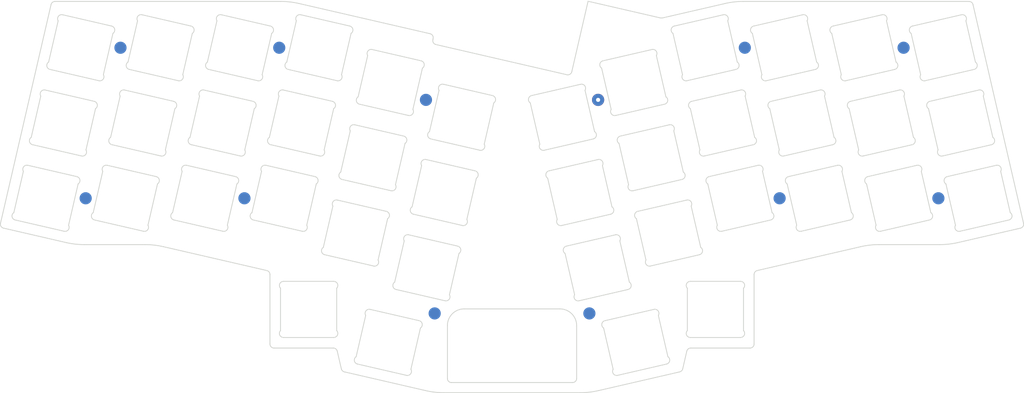
<source format=kicad_pcb>
(kicad_pcb (version 20171130) (host pcbnew 5.1.10)

  (general
    (thickness 1.6)
    (drawings 0)
    (tracks 0)
    (zones 0)
    (modules 1)
    (nets 1)
  )

  (page A4)
  (layers
    (0 F.Cu signal)
    (31 B.Cu signal)
    (32 B.Adhes user)
    (33 F.Adhes user)
    (34 B.Paste user)
    (35 F.Paste user)
    (36 B.SilkS user)
    (37 F.SilkS user)
    (38 B.Mask user)
    (39 F.Mask user)
    (40 Dwgs.User user)
    (41 Cmts.User user)
    (42 Eco1.User user)
    (43 Eco2.User user)
    (44 Edge.Cuts user)
    (45 Margin user)
    (46 B.CrtYd user)
    (47 F.CrtYd user)
    (48 B.Fab user)
    (49 F.Fab user)
  )

  (setup
    (last_trace_width 0.25)
    (trace_clearance 0.2)
    (zone_clearance 0.508)
    (zone_45_only no)
    (trace_min 0.2)
    (via_size 0.8)
    (via_drill 0.4)
    (via_min_size 0.4)
    (via_min_drill 0.3)
    (uvia_size 0.3)
    (uvia_drill 0.1)
    (uvias_allowed no)
    (uvia_min_size 0.2)
    (uvia_min_drill 0.1)
    (edge_width 0.05)
    (segment_width 0.2)
    (pcb_text_width 0.3)
    (pcb_text_size 1.5 1.5)
    (mod_edge_width 0.12)
    (mod_text_size 1 1)
    (mod_text_width 0.15)
    (pad_size 1.524 1.524)
    (pad_drill 0.762)
    (pad_to_mask_clearance 0)
    (aux_axis_origin 0 0)
    (visible_elements FFFFFF7F)
    (pcbplotparams
      (layerselection 0x010fc_ffffffff)
      (usegerberextensions false)
      (usegerberattributes true)
      (usegerberadvancedattributes true)
      (creategerberjobfile true)
      (excludeedgelayer true)
      (linewidth 0.100000)
      (plotframeref false)
      (viasonmask false)
      (mode 1)
      (useauxorigin false)
      (hpglpennumber 1)
      (hpglpenspeed 20)
      (hpglpendiameter 15.000000)
      (psnegative false)
      (psa4output false)
      (plotreference true)
      (plotvalue true)
      (plotinvisibletext false)
      (padsonsilk false)
      (subtractmaskfromsilk false)
      (outputformat 1)
      (mirror false)
      (drillshape 1)
      (scaleselection 1)
      (outputdirectory ""))
  )

  (net 0 "")

  (net_class Default "This is the default net class."
    (clearance 0.2)
    (trace_width 0.25)
    (via_dia 0.8)
    (via_drill 0.4)
    (uvia_dia 0.3)
    (uvia_drill 0.1)
  )

  (module 41_1353:edgecuts_r41l2_switchplate (layer F.Cu) (tedit 60D35F6A) (tstamp 60D3F9D6)
    (at 148.25 51.25)
    (fp_text reference REF** (at 0 -0.5 180) (layer F.SilkS) hide
      (effects (font (size 1 1) (thickness 0.15)))
    )
    (fp_text value edgecuts_r41l2_switchplate (at 0 0.5 180) (layer F.Fab)
      (effects (font (size 1 1) (thickness 0.15)))
    )
    (fp_arc (start -34.59773 12.80351) (end -34.372779 11.82914) (angle -133.6866772) (layer Edge.Cuts) (width 0.2))
    (fp_arc (start -22.560611 15.582498) (end -22.011394 16.418178) (angle -133.6866772) (layer Edge.Cuts) (width 0.2))
    (fp_arc (start -25.215034 27.080065) (end -25.439985 28.054435) (angle -133.6866772) (layer Edge.Cuts) (width 0.2))
    (fp_arc (start -37.252152 24.301077) (end -37.80137 23.465397) (angle -133.6866772) (layer Edge.Cuts) (width 0.2))
    (fp_arc (start -17.071246 21.351748) (end -16.846295 20.377377) (angle -133.6866772) (layer Edge.Cuts) (width 0.2))
    (fp_arc (start -5.034127 24.130735) (end -4.48491 24.966415) (angle -133.6866772) (layer Edge.Cuts) (width 0.2))
    (fp_arc (start -7.68855 35.628302) (end -7.913501 36.602672) (angle -133.6866772) (layer Edge.Cuts) (width 0.2))
    (fp_arc (start -19.725669 32.849314) (end -20.274886 32.013635) (angle -133.6866772) (layer Edge.Cuts) (width 0.2))
    (fp_arc (start -56.398284 22.768304) (end -56.173333 21.793934) (angle -133.6866772) (layer Edge.Cuts) (width 0.2))
    (fp_arc (start -44.361165 25.547292) (end -43.811948 26.382972) (angle -133.6866772) (layer Edge.Cuts) (width 0.2))
    (fp_arc (start -47.015588 37.044859) (end -47.240539 38.019229) (angle -133.6866772) (layer Edge.Cuts) (width 0.2))
    (fp_arc (start -59.052706 34.265871) (end -59.601924 33.430191) (angle -133.6866772) (layer Edge.Cuts) (width 0.2))
    (fp_arc (start -38.8718 31.316541) (end -38.646849 30.342171) (angle -133.6866772) (layer Edge.Cuts) (width 0.2))
    (fp_arc (start -26.834681 34.095529) (end -26.285464 34.931209) (angle -133.6866772) (layer Edge.Cuts) (width 0.2))
    (fp_arc (start -29.489104 45.593096) (end -29.714055 46.567466) (angle -133.6866772) (layer Edge.Cuts) (width 0.2))
    (fp_arc (start -41.526223 42.814108) (end -42.07544 41.978429) (angle -133.6866772) (layer Edge.Cuts) (width 0.2))
    (fp_arc (start -21.345316 39.864779) (end -21.120365 38.890409) (angle -133.6866772) (layer Edge.Cuts) (width 0.2))
    (fp_arc (start -9.308197 42.643767) (end -8.75898 43.479446) (angle -133.6866772) (layer Edge.Cuts) (width 0.2))
    (fp_arc (start -11.96262 54.141333) (end -12.187571 55.115703) (angle -133.6866772) (layer Edge.Cuts) (width 0.2))
    (fp_arc (start -23.999739 51.362346) (end -24.548956 50.526666) (angle -133.6866772) (layer Edge.Cuts) (width 0.2))
    (fp_arc (start -60.672354 41.281335) (end -60.447403 40.306965) (angle -133.6866772) (layer Edge.Cuts) (width 0.2))
    (fp_arc (start -48.635235 44.060323) (end -48.086018 44.896003) (angle -133.6866772) (layer Edge.Cuts) (width 0.2))
    (fp_arc (start -51.289658 55.55789) (end -51.514609 56.53226) (angle -133.6866772) (layer Edge.Cuts) (width 0.2))
    (fp_arc (start -63.326776 52.778902) (end -63.875994 51.943222) (angle -133.6866772) (layer Edge.Cuts) (width 0.2))
    (fp_arc (start -43.14587 49.829573) (end -42.920919 48.855203) (angle -133.6866772) (layer Edge.Cuts) (width 0.2))
    (fp_arc (start -31.108751 52.60856) (end -30.559534 53.44424) (angle -133.6866772) (layer Edge.Cuts) (width 0.2))
    (fp_arc (start -33.763174 64.106127) (end -33.988125 65.080497) (angle -133.6866772) (layer Edge.Cuts) (width 0.2))
    (fp_arc (start -45.800293 61.327139) (end -46.34951 60.49146) (angle -133.6866772) (layer Edge.Cuts) (width 0.2))
    (fp_arc (start -25.619386 58.37781) (end -25.394435 57.40344) (angle -133.6866772) (layer Edge.Cuts) (width 0.2))
    (fp_arc (start -13.582267 61.156798) (end -13.03305 61.992478) (angle -133.6866772) (layer Edge.Cuts) (width 0.2))
    (fp_arc (start -16.23669 72.654365) (end -16.461641 73.628735) (angle -133.6866772) (layer Edge.Cuts) (width 0.2))
    (fp_arc (start -28.273809 69.875377) (end -28.823026 69.039697) (angle -133.6866772) (layer Edge.Cuts) (width 0.2))
    (fp_arc (start -71.624214 4.255273) (end -71.399263 3.280903) (angle -133.6866772) (layer Edge.Cuts) (width 0.2))
    (fp_arc (start -59.587095 7.034261) (end -59.037878 7.86994) (angle -133.6866772) (layer Edge.Cuts) (width 0.2))
    (fp_arc (start -62.241518 18.531827) (end -62.466469 19.506197) (angle -133.6866772) (layer Edge.Cuts) (width 0.2))
    (fp_arc (start -74.278636 15.75284) (end -74.827854 14.91716) (angle -133.6866772) (layer Edge.Cuts) (width 0.2))
    (fp_arc (start -91.124214 4.255273) (end -90.899263 3.280903) (angle -133.6866772) (layer Edge.Cuts) (width 0.2))
    (fp_arc (start -79.087095 7.034261) (end -78.537878 7.86994) (angle -133.6866772) (layer Edge.Cuts) (width 0.2))
    (fp_arc (start -81.741518 18.531827) (end -81.966469 19.506197) (angle -133.6866772) (layer Edge.Cuts) (width 0.2))
    (fp_arc (start -93.778636 15.75284) (end -94.327854 14.91716) (angle -133.6866772) (layer Edge.Cuts) (width 0.2))
    (fp_arc (start -110.624214 4.255273) (end -110.399263 3.280903) (angle -133.6866772) (layer Edge.Cuts) (width 0.2))
    (fp_arc (start -98.587095 7.034261) (end -98.037878 7.86994) (angle -133.6866772) (layer Edge.Cuts) (width 0.2))
    (fp_arc (start -101.241518 18.531827) (end -101.466469 19.506197) (angle -133.6866772) (layer Edge.Cuts) (width 0.2))
    (fp_arc (start -113.278636 15.75284) (end -113.827854 14.91716) (angle -133.6866772) (layer Edge.Cuts) (width 0.2))
    (fp_arc (start -75.898284 22.768304) (end -75.673333 21.793934) (angle -133.6866772) (layer Edge.Cuts) (width 0.2))
    (fp_arc (start -63.861165 25.547292) (end -63.311948 26.382972) (angle -133.6866772) (layer Edge.Cuts) (width 0.2))
    (fp_arc (start -66.515588 37.044859) (end -66.740539 38.019229) (angle -133.6866772) (layer Edge.Cuts) (width 0.2))
    (fp_arc (start -78.552706 34.265871) (end -79.101924 33.430191) (angle -133.6866772) (layer Edge.Cuts) (width 0.2))
    (fp_arc (start -95.398284 22.768304) (end -95.173333 21.793934) (angle -133.6866772) (layer Edge.Cuts) (width 0.2))
    (fp_arc (start -83.361165 25.547292) (end -82.811948 26.382972) (angle -133.6866772) (layer Edge.Cuts) (width 0.2))
    (fp_arc (start -86.015588 37.044859) (end -86.240539 38.019229) (angle -133.6866772) (layer Edge.Cuts) (width 0.2))
    (fp_arc (start -98.052706 34.265871) (end -98.601924 33.430191) (angle -133.6866772) (layer Edge.Cuts) (width 0.2))
    (fp_arc (start -114.898284 22.768304) (end -114.673333 21.793934) (angle -133.6866772) (layer Edge.Cuts) (width 0.2))
    (fp_arc (start -102.861165 25.547292) (end -102.311948 26.382972) (angle -133.6866772) (layer Edge.Cuts) (width 0.2))
    (fp_arc (start -105.515588 37.044859) (end -105.740539 38.019229) (angle -133.6866772) (layer Edge.Cuts) (width 0.2))
    (fp_arc (start -117.552706 34.265871) (end -118.101924 33.430191) (angle -133.6866772) (layer Edge.Cuts) (width 0.2))
    (fp_arc (start -80.172354 41.281335) (end -79.947403 40.306965) (angle -133.6866772) (layer Edge.Cuts) (width 0.2))
    (fp_arc (start -68.135235 44.060323) (end -67.586018 44.896003) (angle -133.6866772) (layer Edge.Cuts) (width 0.2))
    (fp_arc (start -70.789658 55.55789) (end -71.014609 56.53226) (angle -133.6866772) (layer Edge.Cuts) (width 0.2))
    (fp_arc (start -82.826776 52.778902) (end -83.375994 51.943222) (angle -133.6866772) (layer Edge.Cuts) (width 0.2))
    (fp_arc (start -99.672354 41.281335) (end -99.447403 40.306965) (angle -133.6866772) (layer Edge.Cuts) (width 0.2))
    (fp_arc (start -87.635235 44.060323) (end -87.086018 44.896003) (angle -133.6866772) (layer Edge.Cuts) (width 0.2))
    (fp_arc (start -90.289658 55.55789) (end -90.514609 56.53226) (angle -133.6866772) (layer Edge.Cuts) (width 0.2))
    (fp_arc (start -102.326776 52.778902) (end -102.875994 51.943222) (angle -133.6866772) (layer Edge.Cuts) (width 0.2))
    (fp_arc (start -119.172354 41.281335) (end -118.947403 40.306965) (angle -133.6866772) (layer Edge.Cuts) (width 0.2))
    (fp_arc (start -107.135235 44.060323) (end -106.586018 44.896003) (angle -133.6866772) (layer Edge.Cuts) (width 0.2))
    (fp_arc (start -109.789658 55.55789) (end -110.014609 56.53226) (angle -133.6866772) (layer Edge.Cuts) (width 0.2))
    (fp_arc (start -121.826776 52.778902) (end -122.375994 51.943222) (angle -133.6866772) (layer Edge.Cuts) (width 0.2))
    (fp_arc (start 22.560611 15.582498) (end 22.33566 14.608128) (angle -133.6866772) (layer Edge.Cuts) (width 0.2))
    (fp_arc (start 34.59773 12.80351) (end 35.457701 13.313853) (angle -133.6866772) (layer Edge.Cuts) (width 0.2))
    (fp_arc (start 37.252152 24.301077) (end 37.477104 25.275447) (angle -133.6866772) (layer Edge.Cuts) (width 0.2))
    (fp_arc (start 25.215034 27.080065) (end 24.355063 26.569722) (angle -133.6866772) (layer Edge.Cuts) (width 0.2))
    (fp_arc (start 5.034127 24.130735) (end 4.809176 23.156365) (angle -133.6866772) (layer Edge.Cuts) (width 0.2))
    (fp_arc (start 17.071246 21.351748) (end 17.931217 21.862091) (angle -133.6866772) (layer Edge.Cuts) (width 0.2))
    (fp_arc (start 19.725669 32.849314) (end 19.95062 33.823684) (angle -133.6866772) (layer Edge.Cuts) (width 0.2))
    (fp_arc (start 7.68855 35.628302) (end 6.828579 35.117959) (angle -133.6866772) (layer Edge.Cuts) (width 0.2))
    (fp_arc (start 44.361165 25.547292) (end 44.136214 24.572922) (angle -133.6866772) (layer Edge.Cuts) (width 0.2))
    (fp_arc (start 56.398284 22.768304) (end 57.258255 23.278647) (angle -133.6866772) (layer Edge.Cuts) (width 0.2))
    (fp_arc (start 59.052706 34.265871) (end 59.277657 35.240241) (angle -133.6866772) (layer Edge.Cuts) (width 0.2))
    (fp_arc (start 47.015588 37.044859) (end 46.155617 36.534516) (angle -133.6866772) (layer Edge.Cuts) (width 0.2))
    (fp_arc (start 26.834681 34.095529) (end 26.60973 33.121159) (angle -133.6866772) (layer Edge.Cuts) (width 0.2))
    (fp_arc (start 38.8718 31.316541) (end 39.731771 31.826884) (angle -133.6866772) (layer Edge.Cuts) (width 0.2))
    (fp_arc (start 41.526223 42.814108) (end 41.751174 43.788478) (angle -133.6866772) (layer Edge.Cuts) (width 0.2))
    (fp_arc (start 29.489104 45.593096) (end 28.629133 45.082753) (angle -133.6866772) (layer Edge.Cuts) (width 0.2))
    (fp_arc (start 9.308197 42.643767) (end 9.083246 41.669397) (angle -133.6866772) (layer Edge.Cuts) (width 0.2))
    (fp_arc (start 21.345316 39.864779) (end 22.205287 40.375122) (angle -133.6866772) (layer Edge.Cuts) (width 0.2))
    (fp_arc (start 23.999739 51.362346) (end 24.22469 52.336716) (angle -133.6866772) (layer Edge.Cuts) (width 0.2))
    (fp_arc (start 11.96262 54.141333) (end 11.102649 53.63099) (angle -133.6866772) (layer Edge.Cuts) (width 0.2))
    (fp_arc (start 48.635235 44.060323) (end 48.410284 43.085953) (angle -133.6866772) (layer Edge.Cuts) (width 0.2))
    (fp_arc (start 60.672354 41.281335) (end 61.532325 41.791678) (angle -133.6866772) (layer Edge.Cuts) (width 0.2))
    (fp_arc (start 63.326776 52.778902) (end 63.551728 53.753272) (angle -133.6866772) (layer Edge.Cuts) (width 0.2))
    (fp_arc (start 51.289658 55.55789) (end 50.429687 55.047547) (angle -133.6866772) (layer Edge.Cuts) (width 0.2))
    (fp_arc (start 31.108751 52.60856) (end 30.8838 51.63419) (angle -133.6866772) (layer Edge.Cuts) (width 0.2))
    (fp_arc (start 43.14587 49.829573) (end 44.005841 50.339916) (angle -133.6866772) (layer Edge.Cuts) (width 0.2))
    (fp_arc (start 45.800293 61.327139) (end 46.025244 62.301509) (angle -133.6866772) (layer Edge.Cuts) (width 0.2))
    (fp_arc (start 33.763174 64.106127) (end 32.903203 63.595784) (angle -133.6866772) (layer Edge.Cuts) (width 0.2))
    (fp_arc (start 13.582267 61.156798) (end 13.357316 60.182428) (angle -133.6866772) (layer Edge.Cuts) (width 0.2))
    (fp_arc (start 25.619386 58.37781) (end 26.479357 58.888153) (angle -133.6866772) (layer Edge.Cuts) (width 0.2))
    (fp_arc (start 28.273809 69.875377) (end 28.49876 70.849747) (angle -133.6866772) (layer Edge.Cuts) (width 0.2))
    (fp_arc (start 16.23669 72.654365) (end 15.376719 72.144022) (angle -133.6866772) (layer Edge.Cuts) (width 0.2))
    (fp_arc (start 59.587095 7.034261) (end 59.362144 6.059891) (angle -133.6866772) (layer Edge.Cuts) (width 0.2))
    (fp_arc (start 71.624214 4.255273) (end 72.484185 4.765616) (angle -133.6866772) (layer Edge.Cuts) (width 0.2))
    (fp_arc (start 74.278636 15.75284) (end 74.503587 16.72721) (angle -133.6866772) (layer Edge.Cuts) (width 0.2))
    (fp_arc (start 62.241518 18.531827) (end 61.381547 18.021484) (angle -133.6866772) (layer Edge.Cuts) (width 0.2))
    (fp_arc (start 79.087095 7.034261) (end 78.862144 6.059891) (angle -133.6866772) (layer Edge.Cuts) (width 0.2))
    (fp_arc (start 91.124214 4.255273) (end 91.984185 4.765616) (angle -133.6866772) (layer Edge.Cuts) (width 0.2))
    (fp_arc (start 93.778636 15.75284) (end 94.003587 16.72721) (angle -133.6866772) (layer Edge.Cuts) (width 0.2))
    (fp_arc (start 81.741518 18.531827) (end 80.881547 18.021484) (angle -133.6866772) (layer Edge.Cuts) (width 0.2))
    (fp_arc (start 98.587095 7.034261) (end 98.362144 6.059891) (angle -133.6866772) (layer Edge.Cuts) (width 0.2))
    (fp_arc (start 110.624214 4.255273) (end 111.484185 4.765616) (angle -133.6866772) (layer Edge.Cuts) (width 0.2))
    (fp_arc (start 113.278636 15.75284) (end 113.503587 16.72721) (angle -133.6866772) (layer Edge.Cuts) (width 0.2))
    (fp_arc (start 101.241518 18.531827) (end 100.381547 18.021484) (angle -133.6866772) (layer Edge.Cuts) (width 0.2))
    (fp_arc (start 63.861165 25.547292) (end 63.636214 24.572922) (angle -133.6866772) (layer Edge.Cuts) (width 0.2))
    (fp_arc (start 75.898284 22.768304) (end 76.758255 23.278647) (angle -133.6866772) (layer Edge.Cuts) (width 0.2))
    (fp_arc (start 78.552706 34.265871) (end 78.777657 35.240241) (angle -133.6866772) (layer Edge.Cuts) (width 0.2))
    (fp_arc (start 66.515588 37.044859) (end 65.655617 36.534516) (angle -133.6866772) (layer Edge.Cuts) (width 0.2))
    (fp_arc (start 83.361165 25.547292) (end 83.136214 24.572922) (angle -133.6866772) (layer Edge.Cuts) (width 0.2))
    (fp_arc (start 95.398284 22.768304) (end 96.258255 23.278647) (angle -133.6866772) (layer Edge.Cuts) (width 0.2))
    (fp_arc (start 98.052706 34.265871) (end 98.277657 35.240241) (angle -133.6866772) (layer Edge.Cuts) (width 0.2))
    (fp_arc (start 86.015588 37.044859) (end 85.155617 36.534516) (angle -133.6866772) (layer Edge.Cuts) (width 0.2))
    (fp_arc (start 102.861165 25.547292) (end 102.636214 24.572922) (angle -133.6866772) (layer Edge.Cuts) (width 0.2))
    (fp_arc (start 114.898284 22.768304) (end 115.758255 23.278647) (angle -133.6866772) (layer Edge.Cuts) (width 0.2))
    (fp_arc (start 117.552706 34.265871) (end 117.777657 35.240241) (angle -133.6866772) (layer Edge.Cuts) (width 0.2))
    (fp_arc (start 105.515588 37.044859) (end 104.655617 36.534516) (angle -133.6866772) (layer Edge.Cuts) (width 0.2))
    (fp_arc (start 68.135235 44.060323) (end 67.910284 43.085953) (angle -133.6866772) (layer Edge.Cuts) (width 0.2))
    (fp_arc (start 80.172354 41.281335) (end 81.032325 41.791678) (angle -133.6866772) (layer Edge.Cuts) (width 0.2))
    (fp_arc (start 82.826776 52.778902) (end 83.051728 53.753272) (angle -133.6866772) (layer Edge.Cuts) (width 0.2))
    (fp_arc (start 70.789658 55.55789) (end 69.929687 55.047547) (angle -133.6866772) (layer Edge.Cuts) (width 0.2))
    (fp_arc (start 87.635235 44.060323) (end 87.410284 43.085953) (angle -133.6866772) (layer Edge.Cuts) (width 0.2))
    (fp_arc (start 99.672354 41.281335) (end 100.532325 41.791678) (angle -133.6866772) (layer Edge.Cuts) (width 0.2))
    (fp_arc (start 102.326776 52.778902) (end 102.551728 53.753272) (angle -133.6866772) (layer Edge.Cuts) (width 0.2))
    (fp_arc (start 90.289658 55.55789) (end 89.429687 55.047547) (angle -133.6866772) (layer Edge.Cuts) (width 0.2))
    (fp_arc (start 107.135235 44.060323) (end 106.910284 43.085953) (angle -133.6866772) (layer Edge.Cuts) (width 0.2))
    (fp_arc (start 119.172354 41.281335) (end 120.032325 41.791678) (angle -133.6866772) (layer Edge.Cuts) (width 0.2))
    (fp_arc (start 121.826776 52.778902) (end 122.051728 53.753272) (angle -133.6866772) (layer Edge.Cuts) (width 0.2))
    (fp_arc (start 109.789658 55.55789) (end 108.929687 55.047547) (angle -133.6866772) (layer Edge.Cuts) (width 0.2))
    (fp_arc (start -14.874999 92.737079) (end -15.874999 92.737079) (angle -90) (layer Edge.Cuts) (width 0.2))
    (fp_arc (start 14.874999 92.737079) (end 14.874999 93.737079) (angle -90) (layer Edge.Cuts) (width 0.2))
    (fp_arc (start 11.762499 79.737079) (end 15.875 79.737079) (angle -90) (layer Edge.Cuts) (width 0.2))
    (fp_arc (start -11.762499 79.737079) (end -11.762499 75.624579) (angle -90) (layer Edge.Cuts) (width 0.2))
    (fp_arc (start 36.696871 2.069653) (end 36.246969 4.018393) (angle -26) (layer Edge.Cuts) (width 0.2))
    (fp_arc (start 13.704817 17.061814) (end 13.479865 18.036184) (angle -90) (layer Edge.Cuts) (width 0.2))
    (fp_arc (start -18.468882 9.63393) (end -19.443252 9.408979) (angle -90) (layer Edge.Cuts) (width 0.2))
    (fp_arc (start -20.356885 8.920948) (end -19.382515 9.145899) (angle -90) (layer Edge.Cuts) (width 0.2))
    (fp_arc (start -56.831059 19.999999) (end -52.332037 0.512598) (angle -13) (layer Edge.Cuts) (width 0.2))
    (fp_arc (start -112.256245 0.999999) (end -112.256245 0) (angle -77) (layer Edge.Cuts) (width 0.2))
    (fp_arc (start -124.674569 54.789674) (end -125.64894 54.564723) (angle -90) (layer Edge.Cuts) (width 0.2))
    (fp_arc (start -105.082147 39.813163) (end -109.581168 59.300565) (angle -13) (layer Edge.Cuts) (width 0.2))
    (fp_arc (start -90.139794 79.813163) (end -85.640772 60.325762) (angle -13) (layer Edge.Cuts) (width 0.2))
    (fp_arc (start -60.465859 67.164153) (end -59.465859 67.164153) (angle -77) (layer Edge.Cuts) (width 0.2))
    (fp_arc (start -58.465859 84.253334) (end -59.465859 84.253334) (angle -90) (layer Edge.Cuts) (width 0.2))
    (fp_arc (start -43.903779 86.253334) (end -42.929409 86.028383) (angle -77) (layer Edge.Cuts) (width 0.2))
    (fp_arc (start -40.953296 90.142457) (end -41.927666 90.367408) (angle -64) (layer Edge.Cuts) (width 0.2))
    (fp_arc (start -16.721287 76.237079) (end -21.220308 95.72448) (angle -13) (layer Edge.Cuts) (width 0.2))
    (fp_arc (start 16.721287 76.237079) (end 16.721287 96.237079) (angle -13) (layer Edge.Cuts) (width 0.2))
    (fp_arc (start 40.953296 90.142457) (end 41.178247 91.116827) (angle -64) (layer Edge.Cuts) (width 0.2))
    (fp_arc (start 43.903779 86.253334) (end 43.903779 85.253334) (angle -77) (layer Edge.Cuts) (width 0.2))
    (fp_arc (start 58.465859 84.253334) (end 58.465859 85.253334) (angle -90) (layer Edge.Cuts) (width 0.2))
    (fp_arc (start 60.465859 67.164153) (end 60.240908 66.189783) (angle -77) (layer Edge.Cuts) (width 0.2))
    (fp_arc (start 90.139794 79.813163) (end 90.139794 59.813163) (angle -13) (layer Edge.Cuts) (width 0.2))
    (fp_arc (start 105.082147 39.813163) (end 105.082147 59.813163) (angle -13) (layer Edge.Cuts) (width 0.2))
    (fp_arc (start 124.674569 54.789674) (end 124.899521 55.764044) (angle -90) (layer Edge.Cuts) (width 0.2))
    (fp_arc (start 112.256245 0.999999) (end 113.230615 0.775048) (angle -77) (layer Edge.Cuts) (width 0.2))
    (fp_arc (start 56.831059 19.999999) (end 56.831059 0) (angle -13) (layer Edge.Cuts) (width 0.2))
    (fp_arc (start -52.124214 4.255273) (end -51.899263 3.280903) (angle -133.6866772) (layer Edge.Cuts) (width 0.2))
    (fp_arc (start -40.087095 7.034261) (end -39.537878 7.86994) (angle -133.6866772) (layer Edge.Cuts) (width 0.2))
    (fp_arc (start -42.741518 18.531827) (end -42.966469 19.506197) (angle -133.6866772) (layer Edge.Cuts) (width 0.2))
    (fp_arc (start -54.778636 15.75284) (end -55.327854 14.91716) (angle -133.6866772) (layer Edge.Cuts) (width 0.2))
    (fp_arc (start 40.087095 7.034261) (end 39.862144 6.059891) (angle -133.6866772) (layer Edge.Cuts) (width 0.2))
    (fp_arc (start 52.124214 4.255273) (end 52.984185 4.765616) (angle -133.6866772) (layer Edge.Cuts) (width 0.2))
    (fp_arc (start 54.778636 15.75284) (end 55.003587 16.72721) (angle -133.6866772) (layer Edge.Cuts) (width 0.2))
    (fp_arc (start 42.741518 18.531827) (end 41.881547 18.021484) (angle -133.6866772) (layer Edge.Cuts) (width 0.2))
    (fp_arc (start -35.084898 76.718504) (end -34.859947 75.744134) (angle -133.6866772) (layer Edge.Cuts) (width 0.2))
    (fp_arc (start -23.04778 79.497492) (end -22.498562 80.333172) (angle -133.6866772) (layer Edge.Cuts) (width 0.2))
    (fp_arc (start -25.702202 90.995059) (end -25.927153 91.969429) (angle -133.6866772) (layer Edge.Cuts) (width 0.2))
    (fp_arc (start -37.739321 88.216071) (end -38.288538 87.380391) (angle -133.6866772) (layer Edge.Cuts) (width 0.2))
    (fp_arc (start 23.04778 79.497492) (end 22.822828 78.523122) (angle -133.6866772) (layer Edge.Cuts) (width 0.2))
    (fp_arc (start 35.084898 76.718504) (end 35.944869 77.228847) (angle -133.6866772) (layer Edge.Cuts) (width 0.2))
    (fp_arc (start 37.739321 88.216071) (end 37.964272 89.190441) (angle -133.6866772) (layer Edge.Cuts) (width 0.2))
    (fp_arc (start 25.702202 90.995059) (end 24.842231 90.484716) (angle -133.6866772) (layer Edge.Cuts) (width 0.2))
    (fp_arc (start 43.788987 69.853334) (end 43.788987 68.853334) (angle -133.6866772) (layer Edge.Cuts) (width 0.2))
    (fp_arc (start 56.142731 69.853334) (end 56.865859 70.544048) (angle -133.6866772) (layer Edge.Cuts) (width 0.2))
    (fp_arc (start 56.142731 81.653334) (end 56.142731 82.653334) (angle -133.6866772) (layer Edge.Cuts) (width 0.2))
    (fp_arc (start 43.788987 81.653334) (end 43.065859 80.96262) (angle -133.6866772) (layer Edge.Cuts) (width 0.2))
    (fp_arc (start -56.142731 69.853334) (end -56.142731 68.853334) (angle -133.6866772) (layer Edge.Cuts) (width 0.2))
    (fp_arc (start -43.788987 69.853334) (end -43.065859 70.544048) (angle -133.6866772) (layer Edge.Cuts) (width 0.2))
    (fp_arc (start -43.788987 81.653334) (end -43.788987 82.653334) (angle -133.6866772) (layer Edge.Cuts) (width 0.2))
    (fp_arc (start -56.142731 81.653334) (end -56.865859 80.96262) (angle -133.6866772) (layer Edge.Cuts) (width 0.2))
    (fp_line (start -56.865859 70.544048) (end -56.865859 80.96262) (layer Edge.Cuts) (width 0.2))
    (fp_line (start -56.142731 82.653334) (end -43.788987 82.653334) (layer Edge.Cuts) (width 0.2))
    (fp_line (start -43.065859 80.96262) (end -43.065859 70.544048) (layer Edge.Cuts) (width 0.2))
    (fp_line (start -43.788987 68.853334) (end -56.142731 68.853334) (layer Edge.Cuts) (width 0.2))
    (fp_line (start 43.065859 70.544048) (end 43.065859 80.96262) (layer Edge.Cuts) (width 0.2))
    (fp_line (start 43.788987 82.653334) (end 56.142731 82.653334) (layer Edge.Cuts) (width 0.2))
    (fp_line (start 56.865859 80.96262) (end 56.865859 70.544048) (layer Edge.Cuts) (width 0.2))
    (fp_line (start 56.142731 68.853334) (end 43.788987 68.853334) (layer Edge.Cuts) (width 0.2))
    (fp_line (start 22.498562 80.333172) (end 24.842231 90.484716) (layer Edge.Cuts) (width 0.2))
    (fp_line (start 25.927153 91.969429) (end 37.964272 89.190441) (layer Edge.Cuts) (width 0.2))
    (fp_line (start 38.288538 87.380391) (end 35.944869 77.228847) (layer Edge.Cuts) (width 0.2))
    (fp_line (start 34.859947 75.744134) (end 22.822828 78.523122) (layer Edge.Cuts) (width 0.2))
    (fp_line (start 14.874999 93.737079) (end -14.874999 93.737079) (layer Edge.Cuts) (width 0.2))
    (fp_line (start -35.944869 77.228847) (end -38.288538 87.380391) (layer Edge.Cuts) (width 0.2))
    (fp_line (start -37.964272 89.190441) (end -25.927153 91.969429) (layer Edge.Cuts) (width 0.2))
    (fp_line (start -24.842231 90.484716) (end -22.498562 80.333172) (layer Edge.Cuts) (width 0.2))
    (fp_line (start -22.822828 78.523122) (end -34.859947 75.744134) (layer Edge.Cuts) (width 0.2))
    (fp_line (start 39.537878 7.86994) (end 41.881547 18.021484) (layer Edge.Cuts) (width 0.2))
    (fp_line (start 42.966469 19.506197) (end 55.003587 16.72721) (layer Edge.Cuts) (width 0.2))
    (fp_line (start 55.327854 14.91716) (end 52.984185 4.765616) (layer Edge.Cuts) (width 0.2))
    (fp_line (start 51.899263 3.280903) (end 39.862144 6.059891) (layer Edge.Cuts) (width 0.2))
    (fp_line (start -52.984185 4.765616) (end -55.327854 14.91716) (layer Edge.Cuts) (width 0.2))
    (fp_line (start -55.003587 16.72721) (end -42.966469 19.506197) (layer Edge.Cuts) (width 0.2))
    (fp_line (start -41.881547 18.021484) (end -39.537878 7.86994) (layer Edge.Cuts) (width 0.2))
    (fp_line (start -39.862144 6.059891) (end -51.899263 3.280903) (layer Edge.Cuts) (width 0.2))
    (fp_line (start 56.831059 0) (end 112.256245 0) (layer Edge.Cuts) (width 0.2))
    (fp_line (start 113.230615 0.775048) (end 125.64894 54.564723) (layer Edge.Cuts) (width 0.2))
    (fp_line (start 124.899521 55.764044) (end 109.581168 59.300565) (layer Edge.Cuts) (width 0.2))
    (fp_line (start 105.082147 59.813163) (end 90.139794 59.813163) (layer Edge.Cuts) (width 0.2))
    (fp_line (start 85.640772 60.325762) (end 60.240908 66.189783) (layer Edge.Cuts) (width 0.2))
    (fp_line (start 59.465859 67.164153) (end 59.465859 84.253334) (layer Edge.Cuts) (width 0.2))
    (fp_line (start 58.465859 85.253334) (end 43.903779 85.253334) (layer Edge.Cuts) (width 0.2))
    (fp_line (start 42.929409 86.028383) (end 41.927666 90.367408) (layer Edge.Cuts) (width 0.2))
    (fp_line (start 41.178247 91.116827) (end 21.220308 95.72448) (layer Edge.Cuts) (width 0.2))
    (fp_line (start 16.721287 96.237079) (end -16.721287 96.237079) (layer Edge.Cuts) (width 0.2))
    (fp_line (start -21.220308 95.72448) (end -41.178247 91.116827) (layer Edge.Cuts) (width 0.2))
    (fp_line (start -41.927666 90.367408) (end -42.929409 86.028383) (layer Edge.Cuts) (width 0.2))
    (fp_line (start -43.903779 85.253334) (end -58.465859 85.253334) (layer Edge.Cuts) (width 0.2))
    (fp_line (start -59.465859 84.253334) (end -59.465859 67.164153) (layer Edge.Cuts) (width 0.2))
    (fp_line (start -60.240908 66.189783) (end -85.640772 60.325762) (layer Edge.Cuts) (width 0.2))
    (fp_line (start -90.139794 59.813163) (end -105.082147 59.813163) (layer Edge.Cuts) (width 0.2))
    (fp_line (start -109.581168 59.300565) (end -124.899521 55.764044) (layer Edge.Cuts) (width 0.2))
    (fp_line (start -125.64894 54.564723) (end -113.230615 0.775048) (layer Edge.Cuts) (width 0.2))
    (fp_line (start -112.256245 0) (end -56.831059 0) (layer Edge.Cuts) (width 0.2))
    (fp_line (start -52.332037 0.512598) (end -20.131934 7.946578) (layer Edge.Cuts) (width 0.2))
    (fp_line (start -19.382515 9.145899) (end -19.443252 9.408979) (layer Edge.Cuts) (width 0.2))
    (fp_line (start -18.693833 10.6083) (end 13.479865 18.036184) (layer Edge.Cuts) (width 0.2))
    (fp_line (start 14.679187 17.286765) (end 18.678816 -0.037534) (layer Edge.Cuts) (width 0.2))
    (fp_line (start 18.678816 -0.037534) (end 36.246969 4.018393) (layer Edge.Cuts) (width 0.2))
    (fp_line (start 37.146773 4.018393) (end 52.332037 0.512598) (layer Edge.Cuts) (width 0.2))
    (fp_line (start -15.874999 92.737079) (end -15.874999 79.737079) (layer Edge.Cuts) (width 0.2))
    (fp_line (start -11.762499 75.624579) (end 11.762499 75.624579) (layer Edge.Cuts) (width 0.2))
    (fp_line (start 15.875 79.737079) (end 15.874999 92.737079) (layer Edge.Cuts) (width 0.2))
    (fp_line (start 106.586018 44.896003) (end 108.929687 55.047547) (layer Edge.Cuts) (width 0.2))
    (fp_line (start 110.014609 56.53226) (end 122.051728 53.753272) (layer Edge.Cuts) (width 0.2))
    (fp_line (start 122.375994 51.943222) (end 120.032325 41.791678) (layer Edge.Cuts) (width 0.2))
    (fp_line (start 118.947403 40.306965) (end 106.910284 43.085953) (layer Edge.Cuts) (width 0.2))
    (fp_line (start 87.086018 44.896003) (end 89.429687 55.047547) (layer Edge.Cuts) (width 0.2))
    (fp_line (start 90.514609 56.53226) (end 102.551728 53.753272) (layer Edge.Cuts) (width 0.2))
    (fp_line (start 102.875994 51.943222) (end 100.532325 41.791678) (layer Edge.Cuts) (width 0.2))
    (fp_line (start 99.447403 40.306965) (end 87.410284 43.085953) (layer Edge.Cuts) (width 0.2))
    (fp_line (start 67.586018 44.896003) (end 69.929687 55.047547) (layer Edge.Cuts) (width 0.2))
    (fp_line (start 71.014609 56.53226) (end 83.051728 53.753272) (layer Edge.Cuts) (width 0.2))
    (fp_line (start 83.375994 51.943222) (end 81.032325 41.791678) (layer Edge.Cuts) (width 0.2))
    (fp_line (start 79.947403 40.306965) (end 67.910284 43.085953) (layer Edge.Cuts) (width 0.2))
    (fp_line (start 102.311948 26.382972) (end 104.655617 36.534516) (layer Edge.Cuts) (width 0.2))
    (fp_line (start 105.740539 38.019229) (end 117.777657 35.240241) (layer Edge.Cuts) (width 0.2))
    (fp_line (start 118.101924 33.430191) (end 115.758255 23.278647) (layer Edge.Cuts) (width 0.2))
    (fp_line (start 114.673333 21.793934) (end 102.636214 24.572922) (layer Edge.Cuts) (width 0.2))
    (fp_line (start 82.811948 26.382972) (end 85.155617 36.534516) (layer Edge.Cuts) (width 0.2))
    (fp_line (start 86.240539 38.019229) (end 98.277657 35.240241) (layer Edge.Cuts) (width 0.2))
    (fp_line (start 98.601924 33.430191) (end 96.258255 23.278647) (layer Edge.Cuts) (width 0.2))
    (fp_line (start 95.173333 21.793934) (end 83.136214 24.572922) (layer Edge.Cuts) (width 0.2))
    (fp_line (start 63.311948 26.382972) (end 65.655617 36.534516) (layer Edge.Cuts) (width 0.2))
    (fp_line (start 66.740539 38.019229) (end 78.777657 35.240241) (layer Edge.Cuts) (width 0.2))
    (fp_line (start 79.101924 33.430191) (end 76.758255 23.278647) (layer Edge.Cuts) (width 0.2))
    (fp_line (start 75.673333 21.793934) (end 63.636214 24.572922) (layer Edge.Cuts) (width 0.2))
    (fp_line (start 98.037878 7.86994) (end 100.381547 18.021484) (layer Edge.Cuts) (width 0.2))
    (fp_line (start 101.466469 19.506197) (end 113.503587 16.72721) (layer Edge.Cuts) (width 0.2))
    (fp_line (start 113.827854 14.91716) (end 111.484185 4.765616) (layer Edge.Cuts) (width 0.2))
    (fp_line (start 110.399263 3.280903) (end 98.362144 6.059891) (layer Edge.Cuts) (width 0.2))
    (fp_line (start 78.537878 7.86994) (end 80.881547 18.021484) (layer Edge.Cuts) (width 0.2))
    (fp_line (start 81.966469 19.506197) (end 94.003587 16.72721) (layer Edge.Cuts) (width 0.2))
    (fp_line (start 94.327854 14.91716) (end 91.984185 4.765616) (layer Edge.Cuts) (width 0.2))
    (fp_line (start 90.899263 3.280903) (end 78.862144 6.059891) (layer Edge.Cuts) (width 0.2))
    (fp_line (start 59.037878 7.86994) (end 61.381547 18.021484) (layer Edge.Cuts) (width 0.2))
    (fp_line (start 62.466469 19.506197) (end 74.503587 16.72721) (layer Edge.Cuts) (width 0.2))
    (fp_line (start 74.827854 14.91716) (end 72.484185 4.765616) (layer Edge.Cuts) (width 0.2))
    (fp_line (start 71.399263 3.280903) (end 59.362144 6.059891) (layer Edge.Cuts) (width 0.2))
    (fp_line (start 13.03305 61.992478) (end 15.376719 72.144022) (layer Edge.Cuts) (width 0.2))
    (fp_line (start 16.461641 73.628735) (end 28.49876 70.849747) (layer Edge.Cuts) (width 0.2))
    (fp_line (start 28.823026 69.039697) (end 26.479357 58.888153) (layer Edge.Cuts) (width 0.2))
    (fp_line (start 25.394435 57.40344) (end 13.357316 60.182428) (layer Edge.Cuts) (width 0.2))
    (fp_line (start 30.559534 53.44424) (end 32.903203 63.595784) (layer Edge.Cuts) (width 0.2))
    (fp_line (start 33.988125 65.080497) (end 46.025244 62.301509) (layer Edge.Cuts) (width 0.2))
    (fp_line (start 46.34951 60.49146) (end 44.005841 50.339916) (layer Edge.Cuts) (width 0.2))
    (fp_line (start 42.920919 48.855203) (end 30.8838 51.63419) (layer Edge.Cuts) (width 0.2))
    (fp_line (start 48.086018 44.896003) (end 50.429687 55.047547) (layer Edge.Cuts) (width 0.2))
    (fp_line (start 51.514609 56.53226) (end 63.551728 53.753272) (layer Edge.Cuts) (width 0.2))
    (fp_line (start 63.875994 51.943222) (end 61.532325 41.791678) (layer Edge.Cuts) (width 0.2))
    (fp_line (start 60.447403 40.306965) (end 48.410284 43.085953) (layer Edge.Cuts) (width 0.2))
    (fp_line (start 8.75898 43.479446) (end 11.102649 53.63099) (layer Edge.Cuts) (width 0.2))
    (fp_line (start 12.187571 55.115703) (end 24.22469 52.336716) (layer Edge.Cuts) (width 0.2))
    (fp_line (start 24.548956 50.526666) (end 22.205287 40.375122) (layer Edge.Cuts) (width 0.2))
    (fp_line (start 21.120365 38.890409) (end 9.083246 41.669397) (layer Edge.Cuts) (width 0.2))
    (fp_line (start 26.285464 34.931209) (end 28.629133 45.082753) (layer Edge.Cuts) (width 0.2))
    (fp_line (start 29.714055 46.567466) (end 41.751174 43.788478) (layer Edge.Cuts) (width 0.2))
    (fp_line (start 42.07544 41.978429) (end 39.731771 31.826884) (layer Edge.Cuts) (width 0.2))
    (fp_line (start 38.646849 30.342171) (end 26.60973 33.121159) (layer Edge.Cuts) (width 0.2))
    (fp_line (start 43.811948 26.382972) (end 46.155617 36.534516) (layer Edge.Cuts) (width 0.2))
    (fp_line (start 47.240539 38.019229) (end 59.277657 35.240241) (layer Edge.Cuts) (width 0.2))
    (fp_line (start 59.601924 33.430191) (end 57.258255 23.278647) (layer Edge.Cuts) (width 0.2))
    (fp_line (start 56.173333 21.793934) (end 44.136214 24.572922) (layer Edge.Cuts) (width 0.2))
    (fp_line (start 4.48491 24.966415) (end 6.828579 35.117959) (layer Edge.Cuts) (width 0.2))
    (fp_line (start 7.913501 36.602672) (end 19.95062 33.823684) (layer Edge.Cuts) (width 0.2))
    (fp_line (start 20.274886 32.013635) (end 17.931217 21.862091) (layer Edge.Cuts) (width 0.2))
    (fp_line (start 16.846295 20.377377) (end 4.809176 23.156365) (layer Edge.Cuts) (width 0.2))
    (fp_line (start 22.011394 16.418178) (end 24.355063 26.569722) (layer Edge.Cuts) (width 0.2))
    (fp_line (start 25.439985 28.054435) (end 37.477104 25.275447) (layer Edge.Cuts) (width 0.2))
    (fp_line (start 37.80137 23.465397) (end 35.457701 13.313853) (layer Edge.Cuts) (width 0.2))
    (fp_line (start 34.372779 11.82914) (end 22.33566 14.608128) (layer Edge.Cuts) (width 0.2))
    (fp_line (start -120.032325 41.791678) (end -122.375994 51.943222) (layer Edge.Cuts) (width 0.2))
    (fp_line (start -122.051728 53.753272) (end -110.014609 56.53226) (layer Edge.Cuts) (width 0.2))
    (fp_line (start -108.929687 55.047547) (end -106.586018 44.896003) (layer Edge.Cuts) (width 0.2))
    (fp_line (start -106.910284 43.085953) (end -118.947403 40.306965) (layer Edge.Cuts) (width 0.2))
    (fp_line (start -100.532325 41.791678) (end -102.875994 51.943222) (layer Edge.Cuts) (width 0.2))
    (fp_line (start -102.551728 53.753272) (end -90.514609 56.53226) (layer Edge.Cuts) (width 0.2))
    (fp_line (start -89.429687 55.047547) (end -87.086018 44.896003) (layer Edge.Cuts) (width 0.2))
    (fp_line (start -87.410284 43.085953) (end -99.447403 40.306965) (layer Edge.Cuts) (width 0.2))
    (fp_line (start -81.032325 41.791678) (end -83.375994 51.943222) (layer Edge.Cuts) (width 0.2))
    (fp_line (start -83.051728 53.753272) (end -71.014609 56.53226) (layer Edge.Cuts) (width 0.2))
    (fp_line (start -69.929687 55.047547) (end -67.586018 44.896003) (layer Edge.Cuts) (width 0.2))
    (fp_line (start -67.910284 43.085953) (end -79.947403 40.306965) (layer Edge.Cuts) (width 0.2))
    (fp_line (start -115.758255 23.278647) (end -118.101924 33.430191) (layer Edge.Cuts) (width 0.2))
    (fp_line (start -117.777657 35.240241) (end -105.740539 38.019229) (layer Edge.Cuts) (width 0.2))
    (fp_line (start -104.655617 36.534516) (end -102.311948 26.382972) (layer Edge.Cuts) (width 0.2))
    (fp_line (start -102.636214 24.572922) (end -114.673333 21.793934) (layer Edge.Cuts) (width 0.2))
    (fp_line (start -96.258255 23.278647) (end -98.601924 33.430191) (layer Edge.Cuts) (width 0.2))
    (fp_line (start -98.277657 35.240241) (end -86.240539 38.019229) (layer Edge.Cuts) (width 0.2))
    (fp_line (start -85.155617 36.534516) (end -82.811948 26.382972) (layer Edge.Cuts) (width 0.2))
    (fp_line (start -83.136214 24.572922) (end -95.173333 21.793934) (layer Edge.Cuts) (width 0.2))
    (fp_line (start -76.758255 23.278647) (end -79.101924 33.430191) (layer Edge.Cuts) (width 0.2))
    (fp_line (start -78.777657 35.240241) (end -66.740539 38.019229) (layer Edge.Cuts) (width 0.2))
    (fp_line (start -65.655617 36.534516) (end -63.311948 26.382972) (layer Edge.Cuts) (width 0.2))
    (fp_line (start -63.636214 24.572922) (end -75.673333 21.793934) (layer Edge.Cuts) (width 0.2))
    (fp_line (start -111.484185 4.765616) (end -113.827854 14.91716) (layer Edge.Cuts) (width 0.2))
    (fp_line (start -113.503587 16.72721) (end -101.466469 19.506197) (layer Edge.Cuts) (width 0.2))
    (fp_line (start -100.381547 18.021484) (end -98.037878 7.86994) (layer Edge.Cuts) (width 0.2))
    (fp_line (start -98.362144 6.059891) (end -110.399263 3.280903) (layer Edge.Cuts) (width 0.2))
    (fp_line (start -91.984185 4.765616) (end -94.327854 14.91716) (layer Edge.Cuts) (width 0.2))
    (fp_line (start -94.003587 16.72721) (end -81.966469 19.506197) (layer Edge.Cuts) (width 0.2))
    (fp_line (start -80.881547 18.021484) (end -78.537878 7.86994) (layer Edge.Cuts) (width 0.2))
    (fp_line (start -78.862144 6.059891) (end -90.899263 3.280903) (layer Edge.Cuts) (width 0.2))
    (fp_line (start -72.484185 4.765616) (end -74.827854 14.91716) (layer Edge.Cuts) (width 0.2))
    (fp_line (start -74.503587 16.72721) (end -62.466469 19.506197) (layer Edge.Cuts) (width 0.2))
    (fp_line (start -61.381547 18.021484) (end -59.037878 7.86994) (layer Edge.Cuts) (width 0.2))
    (fp_line (start -59.362144 6.059891) (end -71.399263 3.280903) (layer Edge.Cuts) (width 0.2))
    (fp_line (start -26.479357 58.888153) (end -28.823026 69.039697) (layer Edge.Cuts) (width 0.2))
    (fp_line (start -28.49876 70.849747) (end -16.461641 73.628735) (layer Edge.Cuts) (width 0.2))
    (fp_line (start -15.376719 72.144022) (end -13.03305 61.992478) (layer Edge.Cuts) (width 0.2))
    (fp_line (start -13.357316 60.182428) (end -25.394435 57.40344) (layer Edge.Cuts) (width 0.2))
    (fp_line (start -44.005841 50.339916) (end -46.34951 60.49146) (layer Edge.Cuts) (width 0.2))
    (fp_line (start -46.025244 62.301509) (end -33.988125 65.080497) (layer Edge.Cuts) (width 0.2))
    (fp_line (start -32.903203 63.595784) (end -30.559534 53.44424) (layer Edge.Cuts) (width 0.2))
    (fp_line (start -30.8838 51.63419) (end -42.920919 48.855203) (layer Edge.Cuts) (width 0.2))
    (fp_line (start -61.532325 41.791678) (end -63.875994 51.943222) (layer Edge.Cuts) (width 0.2))
    (fp_line (start -63.551728 53.753272) (end -51.514609 56.53226) (layer Edge.Cuts) (width 0.2))
    (fp_line (start -50.429687 55.047547) (end -48.086018 44.896003) (layer Edge.Cuts) (width 0.2))
    (fp_line (start -48.410284 43.085953) (end -60.447403 40.306965) (layer Edge.Cuts) (width 0.2))
    (fp_line (start -22.205287 40.375122) (end -24.548956 50.526666) (layer Edge.Cuts) (width 0.2))
    (fp_line (start -24.22469 52.336716) (end -12.187571 55.115703) (layer Edge.Cuts) (width 0.2))
    (fp_line (start -11.102649 53.63099) (end -8.75898 43.479446) (layer Edge.Cuts) (width 0.2))
    (fp_line (start -9.083246 41.669397) (end -21.120365 38.890409) (layer Edge.Cuts) (width 0.2))
    (fp_line (start -39.731771 31.826884) (end -42.07544 41.978429) (layer Edge.Cuts) (width 0.2))
    (fp_line (start -41.751174 43.788478) (end -29.714055 46.567466) (layer Edge.Cuts) (width 0.2))
    (fp_line (start -28.629133 45.082753) (end -26.285464 34.931209) (layer Edge.Cuts) (width 0.2))
    (fp_line (start -26.60973 33.121159) (end -38.646849 30.342171) (layer Edge.Cuts) (width 0.2))
    (fp_line (start -57.258255 23.278647) (end -59.601924 33.430191) (layer Edge.Cuts) (width 0.2))
    (fp_line (start -59.277657 35.240241) (end -47.240539 38.019229) (layer Edge.Cuts) (width 0.2))
    (fp_line (start -46.155617 36.534516) (end -43.811948 26.382972) (layer Edge.Cuts) (width 0.2))
    (fp_line (start -44.136214 24.572922) (end -56.173333 21.793934) (layer Edge.Cuts) (width 0.2))
    (fp_line (start -17.931217 21.862091) (end -20.274886 32.013635) (layer Edge.Cuts) (width 0.2))
    (fp_line (start -19.95062 33.823684) (end -7.913501 36.602672) (layer Edge.Cuts) (width 0.2))
    (fp_line (start -6.828579 35.117959) (end -4.48491 24.966415) (layer Edge.Cuts) (width 0.2))
    (fp_line (start -4.809176 23.156365) (end -16.846295 20.377377) (layer Edge.Cuts) (width 0.2))
    (fp_line (start -35.457701 13.313853) (end -37.80137 23.465397) (layer Edge.Cuts) (width 0.2))
    (fp_line (start -37.477104 25.275447) (end -25.439985 28.054435) (layer Edge.Cuts) (width 0.2))
    (fp_line (start -24.355063 26.569722) (end -22.011394 16.418178) (layer Edge.Cuts) (width 0.2))
    (fp_line (start -22.33566 14.608128) (end -34.372779 11.82914) (layer Edge.Cuts) (width 0.2))
    (fp_line (start -75.480784 48.419613) (end -55.981006 48.419613) (layer Dwgs.User) (width 0.2))
    (fp_line (start -114.48034 48.419613) (end -94.980562 48.419613) (layer Dwgs.User) (width 0.2))
    (fp_line (start -105.9322 11.39355) (end -86.432422 11.39355) (layer Dwgs.User) (width 0.2))
    (fp_line (start -66.932644 11.39355) (end -47.432866 11.39355) (layer Dwgs.User) (width 0.2))
    (fp_line (start -29.906581 19.94169) (end -12.380297 28.48983) (layer Dwgs.User) (width 0.2))
    (fp_line (start 0 0) (end 0 17.09628) (layer Dwgs.User) (width 0.2))
    (fp_circle (center -19 76.737301) (end -17.5 76.737301) (layer Dwgs.User) (width 0.2))
    (fp_circle (center -21.143439 24.21576) (end -19.643439 24.21576) (layer Dwgs.User) (width 0.2))
    (fp_circle (center -57.182755 11.39355) (end -55.682755 11.39355) (layer Dwgs.User) (width 0.2))
    (fp_circle (center -65.730895 48.419613) (end -64.230895 48.419613) (layer Dwgs.User) (width 0.2))
    (fp_circle (center -104.730451 48.419613) (end -103.230451 48.419613) (layer Dwgs.User) (width 0.2))
    (fp_circle (center -96.182311 11.39355) (end -94.682311 11.39355) (layer Dwgs.User) (width 0.2))
    (fp_circle (center 18.999999 76.737301) (end 20.499999 76.737301) (layer Dwgs.User) (width 0.2))
    (fp_circle (center 21.143439 24.21576) (end 22.643439 24.21576) (layer Dwgs.User) (width 0.2))
    (fp_circle (center 65.730895 48.419613) (end 67.230895 48.419613) (layer Dwgs.User) (width 0.2))
    (fp_circle (center 57.182755 11.39355) (end 58.682755 11.39355) (layer Dwgs.User) (width 0.2))
    (fp_circle (center 96.182311 11.39355) (end 97.682311 11.39355) (layer Dwgs.User) (width 0.2))
    (fp_circle (center 104.730451 48.419613) (end 106.230451 48.419613) (layer Dwgs.User) (width 0.2))
    (pad "" smd circle (at 57.182755 11.39355) (size 3 3) (layers B.Cu B.Paste B.Mask))
    (pad "" smd circle (at 96.182311 11.39355) (size 3 3) (layers B.Cu B.Paste B.Mask))
    (pad "" smd circle (at 65.730895 48.419613) (size 3 3) (layers B.Cu B.Paste B.Mask))
    (pad "" smd circle (at 104.730451 48.419613) (size 3 3) (layers B.Cu B.Paste B.Mask))
    (pad "" thru_hole circle (at 21.143439 24.21576) (size 3 3) (drill 1) (layers *.Cu B.Mask))
    (pad "" smd circle (at 18.999999 76.737301) (size 3 3) (layers B.Cu B.Paste B.Mask))
    (pad "" smd circle (at -19 76.737301) (size 3 3) (layers B.Cu B.Paste B.Mask))
    (pad "" smd circle (at -21.143439 24.21576) (size 3 3) (layers B.Cu B.Paste B.Mask))
    (pad "" smd circle (at -57.182755 11.39355) (size 3 3) (layers B.Cu B.Paste B.Mask))
    (pad "" smd circle (at -65.730895 48.419613) (size 3 3) (layers B.Cu B.Paste B.Mask))
    (pad "" smd circle (at -104.730451 48.419613) (size 3 3) (layers B.Cu B.Paste B.Mask))
    (pad "" smd circle (at -96.182311 11.39355) (size 3 3) (layers B.Cu B.Paste B.Mask))
  )

)

</source>
